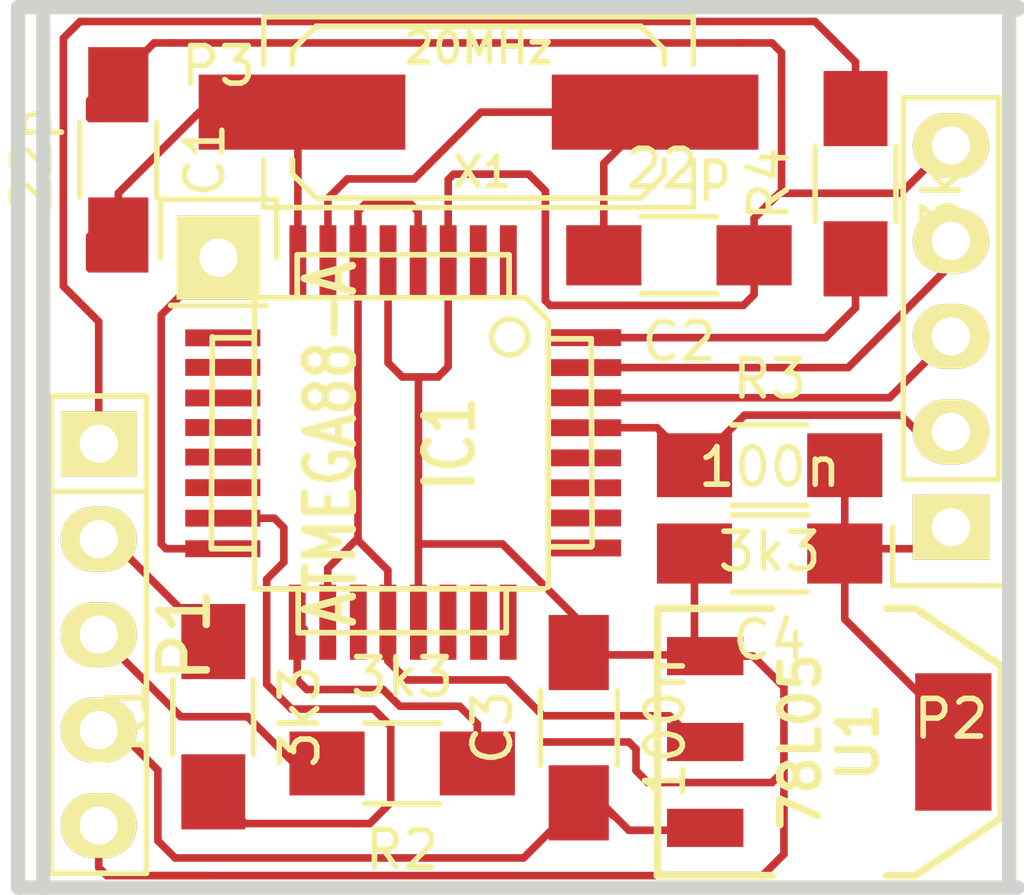
<source format=kicad_pcb>
(kicad_pcb (version 4) (host pcbnew 0.201505041002+5641~23~ubuntu14.04.1-product)

  (general
    (links 34)
    (no_connects 1)
    (area 96.636115 92.566902 136.873055 124.333001)
    (thickness 1.6002)
    (drawings 8)
    (tracks 187)
    (zones 0)
    (modules 14)
    (nets 16)
  )

  (page A4)
  (title_block
    (date "25 feb 2014")
  )

  (layers
    (0 Front signal)
    (31 Back signal)
    (32 B.Adhes user)
    (33 F.Adhes user)
    (34 B.Paste user)
    (35 F.Paste user)
    (36 B.SilkS user)
    (37 F.SilkS user)
    (38 B.Mask user)
    (39 F.Mask user)
    (40 Dwgs.User user)
    (41 Cmts.User user)
    (42 Eco1.User user)
    (43 Eco2.User user)
    (44 Edge.Cuts user)
  )

  (setup
    (last_trace_width 0.2032)
    (trace_clearance 0.254)
    (zone_clearance 0.128)
    (zone_45_only yes)
    (trace_min 0.2032)
    (segment_width 0.381)
    (edge_width 0.381)
    (via_size 0.889)
    (via_drill 0.635)
    (via_min_size 0.889)
    (via_min_drill 0.508)
    (uvia_size 0.508)
    (uvia_drill 0.127)
    (uvias_allowed no)
    (uvia_min_size 0.508)
    (uvia_min_drill 0.127)
    (pcb_text_width 0.3048)
    (pcb_text_size 1.524 2.032)
    (mod_edge_width 0.381)
    (mod_text_size 1.524 1.524)
    (mod_text_width 0.3048)
    (pad_size 1.524 1.524)
    (pad_drill 0.8128)
    (pad_to_mask_clearance 0.254)
    (aux_axis_origin 0 0)
    (visible_elements FFFFFF7F)
    (pcbplotparams
      (layerselection 0x00030_80000001)
      (usegerberextensions true)
      (excludeedgelayer true)
      (linewidth 0.150000)
      (plotframeref false)
      (viasonmask false)
      (mode 1)
      (useauxorigin false)
      (hpglpennumber 1)
      (hpglpenspeed 20)
      (hpglpendiameter 15)
      (hpglpenoverlay 2)
      (psnegative false)
      (psa4output false)
      (plotreference true)
      (plotvalue true)
      (plotinvisibletext false)
      (padsonsilk false)
      (subtractmaskfromsilk false)
      (outputformat 1)
      (mirror false)
      (drillshape 1)
      (scaleselection 1)
      (outputdirectory ""))
  )

  (net 0 "")
  (net 1 +5V)
  (net 2 /Clock)
  (net 3 /DataIn)
  (net 4 /DataOut)
  (net 5 GND)
  (net 6 "Net-(C1-Pad2)")
  (net 7 "Net-(C2-Pad2)")
  (net 8 +12V)
  (net 9 "Net-(IC1-Pad17)")
  (net 10 "Net-(IC1-Pad32)")
  (net 11 "Net-(IC1-Pad15)")
  (net 12 TX)
  (net 13 RX)
  (net 14 /RESET)
  (net 15 /MISO)

  (net_class Default "This is the default net class."
    (clearance 0.254)
    (trace_width 0.2032)
    (via_dia 0.889)
    (via_drill 0.635)
    (uvia_dia 0.508)
    (uvia_drill 0.127)
    (add_net +12V)
    (add_net +5V)
    (add_net /Clock)
    (add_net /DataIn)
    (add_net /DataOut)
    (add_net /MISO)
    (add_net /RESET)
    (add_net GND)
    (add_net "Net-(C1-Pad2)")
    (add_net "Net-(C2-Pad2)")
    (add_net "Net-(IC1-Pad15)")
    (add_net "Net-(IC1-Pad17)")
    (add_net "Net-(IC1-Pad32)")
    (add_net RX)
    (add_net TX)
  )

  (module Capacitors_SMD:C_1206_HandSoldering (layer Front) (tedit 541A9C03) (tstamp 54353CA2)
    (at 101.9175 104.4575 270)
    (descr "Capacitor SMD 1206, hand soldering")
    (tags "capacitor 1206")
    (path /530C7703)
    (attr smd)
    (fp_text reference C1 (at 0 -2.3 270) (layer F.SilkS)
      (effects (font (size 1 1) (thickness 0.15)))
    )
    (fp_text value 22p (at 0 2.3 270) (layer F.SilkS)
      (effects (font (size 1 1) (thickness 0.15)))
    )
    (fp_line (start -3.3 -1.15) (end 3.3 -1.15) (layer F.CrtYd) (width 0.05))
    (fp_line (start -3.3 1.15) (end 3.3 1.15) (layer F.CrtYd) (width 0.05))
    (fp_line (start -3.3 -1.15) (end -3.3 1.15) (layer F.CrtYd) (width 0.05))
    (fp_line (start 3.3 -1.15) (end 3.3 1.15) (layer F.CrtYd) (width 0.05))
    (fp_line (start 1 -1.025) (end -1 -1.025) (layer F.SilkS) (width 0.15))
    (fp_line (start -1 1.025) (end 1 1.025) (layer F.SilkS) (width 0.15))
    (pad 1 smd rect (at -2 0 270) (size 2 1.6) (layers Front F.Paste F.Mask)
      (net 5 GND))
    (pad 2 smd rect (at 2 0 270) (size 2 1.6) (layers Front F.Paste F.Mask)
      (net 6 "Net-(C1-Pad2)"))
    (model Capacitors_SMD/C_1206N.wrl
      (at (xyz 0 0 0))
      (scale (xyz 1 1 1))
      (rotate (xyz 0 0 0))
    )
  )

  (module Capacitors_SMD:C_1206_HandSoldering (layer Front) (tedit 541A9C03) (tstamp 54353CAD)
    (at 116.84 106.9975 180)
    (descr "Capacitor SMD 1206, hand soldering")
    (tags "capacitor 1206")
    (path /530C7707)
    (attr smd)
    (fp_text reference C2 (at 0 -2.3 180) (layer F.SilkS)
      (effects (font (size 1 1) (thickness 0.15)))
    )
    (fp_text value 22p (at 0 2.3 180) (layer F.SilkS)
      (effects (font (size 1 1) (thickness 0.15)))
    )
    (fp_line (start -3.3 -1.15) (end 3.3 -1.15) (layer F.CrtYd) (width 0.05))
    (fp_line (start -3.3 1.15) (end 3.3 1.15) (layer F.CrtYd) (width 0.05))
    (fp_line (start -3.3 -1.15) (end -3.3 1.15) (layer F.CrtYd) (width 0.05))
    (fp_line (start 3.3 -1.15) (end 3.3 1.15) (layer F.CrtYd) (width 0.05))
    (fp_line (start 1 -1.025) (end -1 -1.025) (layer F.SilkS) (width 0.15))
    (fp_line (start -1 1.025) (end 1 1.025) (layer F.SilkS) (width 0.15))
    (pad 1 smd rect (at -2 0 180) (size 2 1.6) (layers Front F.Paste F.Mask)
      (net 5 GND))
    (pad 2 smd rect (at 2 0 180) (size 2 1.6) (layers Front F.Paste F.Mask)
      (net 7 "Net-(C2-Pad2)"))
    (model Capacitors_SMD/C_1206N.wrl
      (at (xyz 0 0 0))
      (scale (xyz 1 1 1))
      (rotate (xyz 0 0 0))
    )
  )

  (module Capacitors_SMD:C_1206_HandSoldering (layer Front) (tedit 541A9C03) (tstamp 54353CB8)
    (at 114.173 119.5705 90)
    (descr "Capacitor SMD 1206, hand soldering")
    (tags "capacitor 1206")
    (path /530C7FD9)
    (attr smd)
    (fp_text reference C3 (at 0 -2.3 90) (layer F.SilkS)
      (effects (font (size 1 1) (thickness 0.15)))
    )
    (fp_text value 100n (at 0 2.3 90) (layer F.SilkS)
      (effects (font (size 1 1) (thickness 0.15)))
    )
    (fp_line (start -3.3 -1.15) (end 3.3 -1.15) (layer F.CrtYd) (width 0.05))
    (fp_line (start -3.3 1.15) (end 3.3 1.15) (layer F.CrtYd) (width 0.05))
    (fp_line (start -3.3 -1.15) (end -3.3 1.15) (layer F.CrtYd) (width 0.05))
    (fp_line (start 3.3 -1.15) (end 3.3 1.15) (layer F.CrtYd) (width 0.05))
    (fp_line (start 1 -1.025) (end -1 -1.025) (layer F.SilkS) (width 0.15))
    (fp_line (start -1 1.025) (end 1 1.025) (layer F.SilkS) (width 0.15))
    (pad 1 smd rect (at -2 0 90) (size 2 1.6) (layers Front F.Paste F.Mask)
      (net 8 +12V))
    (pad 2 smd rect (at 2 0 90) (size 2 1.6) (layers Front F.Paste F.Mask)
      (net 5 GND))
    (model Capacitors_SMD/C_1206N.wrl
      (at (xyz 0 0 0))
      (scale (xyz 1 1 1))
      (rotate (xyz 0 0 0))
    )
  )

  (module Capacitors_SMD:C_1206_HandSoldering (layer Front) (tedit 541A9C03) (tstamp 54353CC3)
    (at 119.253 114.935 180)
    (descr "Capacitor SMD 1206, hand soldering")
    (tags "capacitor 1206")
    (path /530C7FE2)
    (attr smd)
    (fp_text reference C4 (at 0 -2.3 180) (layer F.SilkS)
      (effects (font (size 1 1) (thickness 0.15)))
    )
    (fp_text value 100n (at 0 2.3 180) (layer F.SilkS)
      (effects (font (size 1 1) (thickness 0.15)))
    )
    (fp_line (start -3.3 -1.15) (end 3.3 -1.15) (layer F.CrtYd) (width 0.05))
    (fp_line (start -3.3 1.15) (end 3.3 1.15) (layer F.CrtYd) (width 0.05))
    (fp_line (start -3.3 -1.15) (end -3.3 1.15) (layer F.CrtYd) (width 0.05))
    (fp_line (start 3.3 -1.15) (end 3.3 1.15) (layer F.CrtYd) (width 0.05))
    (fp_line (start 1 -1.025) (end -1 -1.025) (layer F.SilkS) (width 0.15))
    (fp_line (start -1 1.025) (end 1 1.025) (layer F.SilkS) (width 0.15))
    (pad 1 smd rect (at -2 0 180) (size 2 1.6) (layers Front F.Paste F.Mask)
      (net 1 +5V))
    (pad 2 smd rect (at 2 0 180) (size 2 1.6) (layers Front F.Paste F.Mask)
      (net 5 GND))
    (model Capacitors_SMD/C_1206N.wrl
      (at (xyz 0 0 0))
      (scale (xyz 1 1 1))
      (rotate (xyz 0 0 0))
    )
  )

  (module SMD_Packages:TQFP-32 (layer Front) (tedit 54353C52) (tstamp 543558C0)
    (at 109.474 112.014 270)
    (path /530C76C5)
    (fp_text reference IC1 (at 0 -1.27 270) (layer F.SilkS)
      (effects (font (size 1.27 1.016) (thickness 0.2032)))
    )
    (fp_text value ATMEGA88-A (at 0 1.905 270) (layer F.SilkS)
      (effects (font (size 1.27 1.016) (thickness 0.2032)))
    )
    (fp_line (start 5.0292 2.7686) (end 3.8862 2.7686) (layer F.SilkS) (width 0.1524))
    (fp_line (start 5.0292 -2.7686) (end 3.9116 -2.7686) (layer F.SilkS) (width 0.1524))
    (fp_line (start 5.0292 2.7686) (end 5.0292 -2.7686) (layer F.SilkS) (width 0.1524))
    (fp_line (start 2.794 3.9624) (end 2.794 5.0546) (layer F.SilkS) (width 0.1524))
    (fp_line (start -2.8194 3.9878) (end -2.8194 5.0546) (layer F.SilkS) (width 0.1524))
    (fp_line (start -2.8448 5.0546) (end 2.794 5.08) (layer F.SilkS) (width 0.1524))
    (fp_line (start -2.794 -5.0292) (end 2.7178 -5.0546) (layer F.SilkS) (width 0.1524))
    (fp_line (start -3.8862 -3.2766) (end -3.8862 3.9116) (layer F.SilkS) (width 0.1524))
    (fp_line (start 2.7432 -5.0292) (end 2.7432 -3.9878) (layer F.SilkS) (width 0.1524))
    (fp_line (start -3.2512 -3.8862) (end 3.81 -3.8862) (layer F.SilkS) (width 0.1524))
    (fp_line (start 3.8608 3.937) (end 3.8608 -3.7846) (layer F.SilkS) (width 0.1524))
    (fp_line (start -3.8862 3.937) (end 3.7338 3.937) (layer F.SilkS) (width 0.1524))
    (fp_line (start -5.0292 -2.8448) (end -5.0292 2.794) (layer F.SilkS) (width 0.1524))
    (fp_line (start -5.0292 2.794) (end -3.8862 2.794) (layer F.SilkS) (width 0.1524))
    (fp_line (start -3.87604 -3.302) (end -3.29184 -3.8862) (layer F.SilkS) (width 0.1524))
    (fp_line (start -5.02412 -2.8448) (end -3.87604 -2.8448) (layer F.SilkS) (width 0.1524))
    (fp_line (start -2.794 -3.8862) (end -2.794 -5.03428) (layer F.SilkS) (width 0.1524))
    (fp_circle (center -2.83972 -2.86004) (end -2.43332 -2.60604) (layer F.SilkS) (width 0.1524))
    (pad 8 smd rect (at -4.81584 2.77622 270) (size 1.99898 0.44958) (layers Front F.Paste F.Mask)
      (net 6 "Net-(C1-Pad2)"))
    (pad 7 smd rect (at -4.81584 1.97612 270) (size 1.99898 0.44958) (layers Front F.Paste F.Mask)
      (net 7 "Net-(C2-Pad2)"))
    (pad 6 smd rect (at -4.81584 1.17602 270) (size 1.99898 0.44958) (layers Front F.Paste F.Mask)
      (net 1 +5V))
    (pad 5 smd rect (at -4.81584 0.37592 270) (size 1.99898 0.44958) (layers Front F.Paste F.Mask)
      (net 5 GND))
    (pad 4 smd rect (at -4.81584 -0.42418 270) (size 1.99898 0.44958) (layers Front F.Paste F.Mask)
      (net 1 +5V))
    (pad 3 smd rect (at -4.81584 -1.22428 270) (size 1.99898 0.44958) (layers Front F.Paste F.Mask)
      (net 5 GND))
    (pad 2 smd rect (at -4.81584 -2.02438 270) (size 1.99898 0.44958) (layers Front F.Paste F.Mask))
    (pad 1 smd rect (at -4.81584 -2.82448 270) (size 1.99898 0.44958) (layers Front F.Paste F.Mask))
    (pad 24 smd rect (at 4.7498 -2.8194 270) (size 1.99898 0.44958) (layers Front F.Paste F.Mask))
    (pad 17 smd rect (at 4.7498 2.794 270) (size 1.99898 0.44958) (layers Front F.Paste F.Mask)
      (net 9 "Net-(IC1-Pad17)"))
    (pad 18 smd rect (at 4.7498 1.9812 270) (size 1.99898 0.44958) (layers Front F.Paste F.Mask)
      (net 1 +5V))
    (pad 19 smd rect (at 4.7498 1.1684 270) (size 1.99898 0.44958) (layers Front F.Paste F.Mask))
    (pad 20 smd rect (at 4.7498 0.381 270) (size 1.99898 0.44958) (layers Front F.Paste F.Mask)
      (net 1 +5V))
    (pad 21 smd rect (at 4.7498 -0.4318 270) (size 1.99898 0.44958) (layers Front F.Paste F.Mask)
      (net 5 GND))
    (pad 22 smd rect (at 4.7498 -1.2192 270) (size 1.99898 0.44958) (layers Front F.Paste F.Mask))
    (pad 23 smd rect (at 4.7498 -2.032 270) (size 1.99898 0.44958) (layers Front F.Paste F.Mask))
    (pad 32 smd rect (at -2.82448 -4.826 270) (size 0.44958 1.99898) (layers Front F.Paste F.Mask)
      (net 10 "Net-(IC1-Pad32)"))
    (pad 31 smd rect (at -2.02692 -4.826 270) (size 0.44958 1.99898) (layers Front F.Paste F.Mask)
      (net 12 TX))
    (pad 30 smd rect (at -1.22428 -4.826 270) (size 0.44958 1.99898) (layers Front F.Paste F.Mask)
      (net 13 RX))
    (pad 29 smd rect (at -0.42672 -4.826 270) (size 0.44958 1.99898) (layers Front F.Paste F.Mask)
      (net 14 /RESET))
    (pad 28 smd rect (at 0.37592 -4.826 270) (size 0.44958 1.99898) (layers Front F.Paste F.Mask))
    (pad 27 smd rect (at 1.17348 -4.826 270) (size 0.44958 1.99898) (layers Front F.Paste F.Mask))
    (pad 26 smd rect (at 1.97612 -4.826 270) (size 0.44958 1.99898) (layers Front F.Paste F.Mask))
    (pad 25 smd rect (at 2.77368 -4.826 270) (size 0.44958 1.99898) (layers Front F.Paste F.Mask))
    (pad 9 smd rect (at -2.8194 4.7752 270) (size 0.44958 1.99898) (layers Front F.Paste F.Mask))
    (pad 10 smd rect (at -2.032 4.7752 270) (size 0.44958 1.99898) (layers Front F.Paste F.Mask))
    (pad 11 smd rect (at -1.2192 4.7752 270) (size 0.44958 1.99898) (layers Front F.Paste F.Mask))
    (pad 12 smd rect (at -0.4318 4.7752 270) (size 0.44958 1.99898) (layers Front F.Paste F.Mask))
    (pad 13 smd rect (at 0.3556 4.7752 270) (size 0.44958 1.99898) (layers Front F.Paste F.Mask))
    (pad 14 smd rect (at 1.1684 4.7752 270) (size 0.44958 1.99898) (layers Front F.Paste F.Mask))
    (pad 15 smd rect (at 1.9812 4.7752 270) (size 0.44958 1.99898) (layers Front F.Paste F.Mask)
      (net 11 "Net-(IC1-Pad15)"))
    (pad 16 smd rect (at 2.794 4.7752 270) (size 0.44958 1.99898) (layers Front F.Paste F.Mask)
      (net 15 /MISO))
    (model smd/tqfp32.wrl
      (at (xyz 0 0 0))
      (scale (xyz 1 1 1))
      (rotate (xyz 0 0 0))
    )
  )

  (module Pin_Headers:Pin_Header_Straight_1x05 (layer Front) (tedit 54353C54) (tstamp 54353D03)
    (at 101.3968 117.094 270)
    (descr "Through hole pin header")
    (tags "pin header")
    (path /530C9435)
    (fp_text reference P1 (at 0 -2.286 270) (layer F.SilkS)
      (effects (font (size 1.27 1.27) (thickness 0.2032)))
    )
    (fp_text value CONN_1 (at 0 0 270) (layer F.SilkS) hide
      (effects (font (size 1.27 1.27) (thickness 0.2032)))
    )
    (fp_line (start -3.81 -1.27) (end 6.35 -1.27) (layer F.SilkS) (width 0.15))
    (fp_line (start 6.35 -1.27) (end 6.35 1.27) (layer F.SilkS) (width 0.15))
    (fp_line (start 6.35 1.27) (end -3.81 1.27) (layer F.SilkS) (width 0.15))
    (fp_line (start -6.35 -1.27) (end -3.81 -1.27) (layer F.SilkS) (width 0.15))
    (fp_line (start -3.81 -1.27) (end -3.81 1.27) (layer F.SilkS) (width 0.15))
    (fp_line (start -6.35 -1.27) (end -6.35 1.27) (layer F.SilkS) (width 0.15))
    (fp_line (start -6.35 1.27) (end -3.81 1.27) (layer F.SilkS) (width 0.15))
    (pad 1 thru_hole rect (at -5.08 0 270) (size 1.7272 2.032) (drill 1.016) (layers *.Cu *.Mask F.SilkS)
      (net 4 /DataOut))
    (pad 2 thru_hole oval (at -2.54 0 270) (size 1.7272 2.032) (drill 1.016) (layers *.Cu *.Mask F.SilkS)
      (net 3 /DataIn))
    (pad 3 thru_hole oval (at 0 0 270) (size 1.7272 2.032) (drill 1.016) (layers *.Cu *.Mask F.SilkS)
      (net 2 /Clock))
    (pad 4 thru_hole oval (at 2.54 0 270) (size 1.7272 2.032) (drill 1.016) (layers *.Cu *.Mask F.SilkS)
      (net 8 +12V))
    (pad 5 thru_hole oval (at 5.08 0 270) (size 1.7272 2.032) (drill 1.016) (layers *.Cu *.Mask F.SilkS)
      (net 5 GND))
    (model Pin_Headers/Pin_Header_Straight_1x05.wrl
      (at (xyz 0 0 0))
      (scale (xyz 1 1 1))
      (rotate (xyz 0 0 0))
    )
  )

  (module Resistors_SMD:R_1206_HandSoldering (layer Front) (tedit 5418A20D) (tstamp 54353D12)
    (at 104.4448 119.2784 90)
    (descr "Resistor SMD 1206, hand soldering")
    (tags "resistor 1206")
    (path /530C77F4)
    (attr smd)
    (fp_text reference R1 (at 0 -2.3 90) (layer F.SilkS)
      (effects (font (size 1 1) (thickness 0.15)))
    )
    (fp_text value 3k3 (at 0 2.3 90) (layer F.SilkS)
      (effects (font (size 1 1) (thickness 0.15)))
    )
    (fp_line (start -3.3 -1.2) (end 3.3 -1.2) (layer F.CrtYd) (width 0.05))
    (fp_line (start -3.3 1.2) (end 3.3 1.2) (layer F.CrtYd) (width 0.05))
    (fp_line (start -3.3 -1.2) (end -3.3 1.2) (layer F.CrtYd) (width 0.05))
    (fp_line (start 3.3 -1.2) (end 3.3 1.2) (layer F.CrtYd) (width 0.05))
    (fp_line (start 1 1.075) (end -1 1.075) (layer F.SilkS) (width 0.15))
    (fp_line (start -1 -1.075) (end 1 -1.075) (layer F.SilkS) (width 0.15))
    (pad 1 smd rect (at -2 0 90) (size 2 1.7) (layers Front F.Paste F.Mask)
      (net 11 "Net-(IC1-Pad15)"))
    (pad 2 smd rect (at 2 0 90) (size 2 1.7) (layers Front F.Paste F.Mask)
      (net 3 /DataIn))
    (model Resistors_SMD/R_1206.wrl
      (at (xyz 0 0 0))
      (scale (xyz 1 1 1))
      (rotate (xyz 0 0 0))
    )
  )

  (module Resistors_SMD:R_1206_HandSoldering (layer Front) (tedit 5418A20D) (tstamp 54353D1D)
    (at 109.474 120.523 180)
    (descr "Resistor SMD 1206, hand soldering")
    (tags "resistor 1206")
    (path /530C78F0)
    (attr smd)
    (fp_text reference R2 (at 0 -2.3 180) (layer F.SilkS)
      (effects (font (size 1 1) (thickness 0.15)))
    )
    (fp_text value 3k3 (at 0 2.3 180) (layer F.SilkS)
      (effects (font (size 1 1) (thickness 0.15)))
    )
    (fp_line (start -3.3 -1.2) (end 3.3 -1.2) (layer F.CrtYd) (width 0.05))
    (fp_line (start -3.3 1.2) (end 3.3 1.2) (layer F.CrtYd) (width 0.05))
    (fp_line (start -3.3 -1.2) (end -3.3 1.2) (layer F.CrtYd) (width 0.05))
    (fp_line (start 3.3 -1.2) (end 3.3 1.2) (layer F.CrtYd) (width 0.05))
    (fp_line (start 1 1.075) (end -1 1.075) (layer F.SilkS) (width 0.15))
    (fp_line (start -1 -1.075) (end 1 -1.075) (layer F.SilkS) (width 0.15))
    (pad 1 smd rect (at -2 0 180) (size 2 1.7) (layers Front F.Paste F.Mask)
      (net 9 "Net-(IC1-Pad17)"))
    (pad 2 smd rect (at 2 0 180) (size 2 1.7) (layers Front F.Paste F.Mask)
      (net 2 /Clock))
    (model Resistors_SMD/R_1206.wrl
      (at (xyz 0 0 0))
      (scale (xyz 1 1 1))
      (rotate (xyz 0 0 0))
    )
  )

  (module Resistors_SMD:R_1206_HandSoldering (layer Front) (tedit 5418A20D) (tstamp 54353D33)
    (at 119.253 112.5855)
    (descr "Resistor SMD 1206, hand soldering")
    (tags "resistor 1206")
    (path /532072FD)
    (attr smd)
    (fp_text reference R3 (at 0 -2.3) (layer F.SilkS)
      (effects (font (size 1 1) (thickness 0.15)))
    )
    (fp_text value 3k3 (at 0 2.3) (layer F.SilkS)
      (effects (font (size 1 1) (thickness 0.15)))
    )
    (fp_line (start -3.3 -1.2) (end 3.3 -1.2) (layer F.CrtYd) (width 0.05))
    (fp_line (start -3.3 1.2) (end 3.3 1.2) (layer F.CrtYd) (width 0.05))
    (fp_line (start -3.3 -1.2) (end -3.3 1.2) (layer F.CrtYd) (width 0.05))
    (fp_line (start 3.3 -1.2) (end 3.3 1.2) (layer F.CrtYd) (width 0.05))
    (fp_line (start 1 1.075) (end -1 1.075) (layer F.SilkS) (width 0.15))
    (fp_line (start -1 -1.075) (end 1 -1.075) (layer F.SilkS) (width 0.15))
    (pad 1 smd rect (at -2 0) (size 2 1.7) (layers Front F.Paste F.Mask)
      (net 14 /RESET))
    (pad 2 smd rect (at 2 0) (size 2 1.7) (layers Front F.Paste F.Mask)
      (net 1 +5V))
    (model Resistors_SMD/R_1206.wrl
      (at (xyz 0 0 0))
      (scale (xyz 1 1 1))
      (rotate (xyz 0 0 0))
    )
  )

  (module Resistors_SMD:R_1206_HandSoldering (layer Front) (tedit 5418A20D) (tstamp 54353D34)
    (at 121.539 105.0925 90)
    (descr "Resistor SMD 1206, hand soldering")
    (tags "resistor 1206")
    (path /530C77E3)
    (attr smd)
    (fp_text reference R4 (at 0 -2.3 90) (layer F.SilkS)
      (effects (font (size 1 1) (thickness 0.15)))
    )
    (fp_text value 3k3 (at 0 2.3 90) (layer F.SilkS)
      (effects (font (size 1 1) (thickness 0.15)))
    )
    (fp_line (start -3.3 -1.2) (end 3.3 -1.2) (layer F.CrtYd) (width 0.05))
    (fp_line (start -3.3 1.2) (end 3.3 1.2) (layer F.CrtYd) (width 0.05))
    (fp_line (start -3.3 -1.2) (end -3.3 1.2) (layer F.CrtYd) (width 0.05))
    (fp_line (start 3.3 -1.2) (end 3.3 1.2) (layer F.CrtYd) (width 0.05))
    (fp_line (start 1 1.075) (end -1 1.075) (layer F.SilkS) (width 0.15))
    (fp_line (start -1 -1.075) (end 1 -1.075) (layer F.SilkS) (width 0.15))
    (pad 1 smd rect (at -2 0 90) (size 2 1.7) (layers Front F.Paste F.Mask)
      (net 10 "Net-(IC1-Pad32)"))
    (pad 2 smd rect (at 2 0 90) (size 2 1.7) (layers Front F.Paste F.Mask)
      (net 4 /DataOut))
    (model Resistors_SMD/R_1206.wrl
      (at (xyz 0 0 0))
      (scale (xyz 1 1 1))
      (rotate (xyz 0 0 0))
    )
  )

  (module my_modules:SOT-223-REGULATOR (layer Front) (tedit 542D4F10) (tstamp 54353D3F)
    (at 120.8405 119.9515 270)
    (descr "module CMS SOT223 4 pins")
    (tags "CMS SOT")
    (path /530C7FFF)
    (attr smd)
    (fp_text reference U1 (at 0 -0.762 270) (layer F.SilkS)
      (effects (font (size 1.016 1.016) (thickness 0.2032)))
    )
    (fp_text value 78L05 (at 0 0.762 270) (layer F.SilkS)
      (effects (font (size 1.016 1.016) (thickness 0.2032)))
    )
    (fp_line (start -3.556 1.524) (end -3.556 4.572) (layer F.SilkS) (width 0.2032))
    (fp_line (start -3.556 4.572) (end 3.556 4.572) (layer F.SilkS) (width 0.2032))
    (fp_line (start 3.556 4.572) (end 3.556 1.524) (layer F.SilkS) (width 0.2032))
    (fp_line (start -3.556 -1.524) (end -3.556 -2.286) (layer F.SilkS) (width 0.2032))
    (fp_line (start -3.556 -2.286) (end -2.032 -4.572) (layer F.SilkS) (width 0.2032))
    (fp_line (start -2.032 -4.572) (end 2.032 -4.572) (layer F.SilkS) (width 0.2032))
    (fp_line (start 2.032 -4.572) (end 3.556 -2.286) (layer F.SilkS) (width 0.2032))
    (fp_line (start 3.556 -2.286) (end 3.556 -1.524) (layer F.SilkS) (width 0.2032))
    (pad VO smd rect (at 0 -3.302 270) (size 3.6576 2.032) (layers Front F.Paste F.Mask)
      (net 1 +5V))
    (pad VO smd rect (at 0 3.302 270) (size 1.016 2.032) (layers Front F.Paste F.Mask)
      (net 1 +5V))
    (pad VI smd rect (at 2.286 3.302 270) (size 1.016 2.032) (layers Front F.Paste F.Mask)
      (net 8 +12V))
    (pad GND smd rect (at -2.286 3.302 270) (size 1.016 2.032) (layers Front F.Paste F.Mask)
      (net 5 GND))
    (model smd/SOT223.wrl
      (at (xyz 0 0 0))
      (scale (xyz 0.4 0.4 0.4))
      (rotate (xyz 0 0 0))
    )
  )

  (module Crystals_Oscillators_SMD:Q_49U3HMS (layer Front) (tedit 54353C54) (tstamp 54353D4E)
    (at 111.506 103.1875 180)
    (path /530C76D9)
    (fp_text reference X1 (at -0.1 -1.6 180) (layer F.SilkS)
      (effects (font (size 0.8 0.8) (thickness 0.15)))
    )
    (fp_text value 20MHz (at 0 1.7 180) (layer F.SilkS)
      (effects (font (size 0.8 0.8) (thickness 0.15)))
    )
    (fp_line (start -4.953 -1.651) (end -4.953 -1.27) (layer F.SilkS) (width 0.15))
    (fp_line (start -4.953 1.651) (end -4.953 1.27) (layer F.SilkS) (width 0.15))
    (fp_line (start 4.953 1.651) (end 4.953 1.27) (layer F.SilkS) (width 0.15))
    (fp_line (start 4.953 -1.651) (end 4.953 -1.27) (layer F.SilkS) (width 0.15))
    (fp_line (start 5.715 -2.54) (end 5.715 -1.27) (layer F.SilkS) (width 0.15))
    (fp_line (start 5.715 2.54) (end 5.715 1.27) (layer F.SilkS) (width 0.15))
    (fp_line (start -5.715 2.54) (end -5.715 1.27) (layer F.SilkS) (width 0.15))
    (fp_line (start -5.715 -2.54) (end -5.715 -1.27) (layer F.SilkS) (width 0.15))
    (fp_line (start -4.953 1.651) (end -4.318 2.286) (layer F.SilkS) (width 0.15))
    (fp_line (start -4.318 2.286) (end 4.318 2.286) (layer F.SilkS) (width 0.15))
    (fp_line (start 4.318 2.286) (end 4.953 1.651) (layer F.SilkS) (width 0.15))
    (fp_line (start 4.953 -1.651) (end 4.318 -2.286) (layer F.SilkS) (width 0.15))
    (fp_line (start 4.318 -2.286) (end -4.318 -2.286) (layer F.SilkS) (width 0.15))
    (fp_line (start -4.318 -2.286) (end -4.953 -1.651) (layer F.SilkS) (width 0.15))
    (fp_line (start 5.715 2.54) (end -5.715 2.54) (layer F.SilkS) (width 0.15))
    (fp_line (start -5.715 -2.54) (end 5.715 -2.54) (layer F.SilkS) (width 0.15))
    (pad 1 smd rect (at -4.699 0 180) (size 5.4991 1.99898) (layers Front F.Paste F.Mask)
      (net 7 "Net-(C2-Pad2)"))
    (pad 2 smd rect (at 4.699 0 180) (size 5.4991 1.99898) (layers Front F.Paste F.Mask)
      (net 6 "Net-(C1-Pad2)"))
    (model smd/smd_crystal&oscillator/crystal_hc-49-smd.wrl
      (at (xyz 0 0 0))
      (scale (xyz 1 1 1))
      (rotate (xyz 0 0 0))
    )
  )

  (module Pin_Headers:Pin_Header_Straight_1x05 (layer Front) (tedit 55484F52) (tstamp 55484F69)
    (at 124.079 114.2365 180)
    (descr "Through hole pin header")
    (tags "pin header")
    (path /54357812)
    (fp_text reference P2 (at 0 -5.1 180) (layer F.SilkS)
      (effects (font (size 1 1) (thickness 0.15)))
    )
    (fp_text value CONN_2 (at 0 -3.1 180) (layer F.Fab) hide
      (effects (font (size 1 1) (thickness 0.15)))
    )
    (fp_line (start -1.55 0) (end -1.55 -1.55) (layer F.SilkS) (width 0.15))
    (fp_line (start -1.55 -1.55) (end 1.55 -1.55) (layer F.SilkS) (width 0.15))
    (fp_line (start 1.55 -1.55) (end 1.55 0) (layer F.SilkS) (width 0.15))
    (fp_line (start -1.75 -1.75) (end -1.75 11.95) (layer F.CrtYd) (width 0.05))
    (fp_line (start 1.75 -1.75) (end 1.75 11.95) (layer F.CrtYd) (width 0.05))
    (fp_line (start -1.75 -1.75) (end 1.75 -1.75) (layer F.CrtYd) (width 0.05))
    (fp_line (start -1.75 11.95) (end 1.75 11.95) (layer F.CrtYd) (width 0.05))
    (fp_line (start 1.27 1.27) (end 1.27 11.43) (layer F.SilkS) (width 0.15))
    (fp_line (start 1.27 11.43) (end -1.27 11.43) (layer F.SilkS) (width 0.15))
    (fp_line (start -1.27 11.43) (end -1.27 1.27) (layer F.SilkS) (width 0.15))
    (fp_line (start 1.27 1.27) (end -1.27 1.27) (layer F.SilkS) (width 0.15))
    (pad 1 thru_hole rect (at 0 0 180) (size 2.032 1.7272) (drill 1.016) (layers *.Cu *.Mask F.SilkS)
      (net 1 +5V))
    (pad 2 thru_hole oval (at 0 2.54 180) (size 2.032 1.7272) (drill 1.016) (layers *.Cu *.Mask F.SilkS)
      (net 14 /RESET))
    (pad 3 thru_hole oval (at 0 5.08 180) (size 2.032 1.7272) (drill 1.016) (layers *.Cu *.Mask F.SilkS)
      (net 13 RX))
    (pad 4 thru_hole oval (at 0 7.62 180) (size 2.032 1.7272) (drill 1.016) (layers *.Cu *.Mask F.SilkS)
      (net 12 TX))
    (pad 5 thru_hole oval (at 0 10.16 180) (size 2.032 1.7272) (drill 1.016) (layers *.Cu *.Mask F.SilkS)
      (net 5 GND))
    (model Pin_Headers.3dshapes/Pin_Header_Straight_1x05.wrl
      (at (xyz 0 -0.2 0))
      (scale (xyz 1 1 1))
      (rotate (xyz 0 0 90))
    )
  )

  (module Pin_Headers:Pin_Header_Straight_1x01 (layer Front) (tedit 554896A0) (tstamp 554894F7)
    (at 104.5845 107.061)
    (descr "Through hole pin header")
    (tags "pin header")
    (path /5548A42E)
    (fp_text reference P3 (at 0 -5.1) (layer F.SilkS)
      (effects (font (size 1 1) (thickness 0.15)))
    )
    (fp_text value CONN_3 (at 0 -3.1) (layer F.Fab) hide
      (effects (font (size 1 1) (thickness 0.15)))
    )
    (fp_line (start 1.55 -1.55) (end 1.55 0) (layer F.SilkS) (width 0.15))
    (fp_line (start -1.75 -1.75) (end -1.75 1.75) (layer F.CrtYd) (width 0.05))
    (fp_line (start 1.75 -1.75) (end 1.75 1.75) (layer F.CrtYd) (width 0.05))
    (fp_line (start -1.75 -1.75) (end 1.75 -1.75) (layer F.CrtYd) (width 0.05))
    (fp_line (start -1.75 1.75) (end 1.75 1.75) (layer F.CrtYd) (width 0.05))
    (fp_line (start -1.55 0) (end -1.55 -1.55) (layer F.SilkS) (width 0.15))
    (fp_line (start -1.55 -1.55) (end 1.55 -1.55) (layer F.SilkS) (width 0.15))
    (fp_line (start -1.27 1.27) (end 1.27 1.27) (layer F.SilkS) (width 0.15))
    (pad 1 thru_hole rect (at 0 0) (size 2.2352 2.2352) (drill 1.016) (layers *.Cu *.Mask F.SilkS)
      (net 15 /MISO))
    (model Pin_Headers.3dshapes/Pin_Header_Straight_1x01.wrl
      (at (xyz 0 0 0))
      (scale (xyz 1 1 1))
      (rotate (xyz 0 0 90))
    )
  )

  (gr_line (start 125.6284 123.7996) (end 125.6284 100.4316) (angle 90) (layer Edge.Cuts) (width 0.381))
  (gr_line (start 99.9236 100.4316) (end 99.9744 100.4316) (angle 90) (layer Edge.Cuts) (width 0.381))
  (gr_line (start 99.9236 123.8504) (end 99.9236 100.4316) (angle 90) (layer Edge.Cuts) (width 0.381))
  (gr_line (start 99.2505 123.825) (end 99.314 123.825) (angle 90) (layer Edge.Cuts) (width 0.381))
  (gr_line (start 99.2505 100.3935) (end 99.2505 123.825) (angle 90) (layer Edge.Cuts) (width 0.381))
  (gr_line (start 99.2505 123.825) (end 125.857 123.825) (angle 90) (layer Edge.Cuts) (width 0.381))
  (gr_line (start 125.857 100.3935) (end 125.857 100.457) (angle 90) (layer Edge.Cuts) (width 0.381))
  (gr_line (start 99.2505 100.3935) (end 125.857 100.3935) (angle 90) (layer Edge.Cuts) (width 0.381))

  (segment (start 108.29798 107.19816) (end 108.29798 105.82402) (width 0.2032) (layer Front) (net 1))
  (segment (start 109.6645 105.6005) (end 109.89818 105.83418) (width 0.2032) (layer Front) (net 1) (tstamp 554E5DA8))
  (segment (start 108.5215 105.6005) (end 109.6645 105.6005) (width 0.2032) (layer Front) (net 1) (tstamp 554E5DA7))
  (segment (start 108.29798 105.82402) (end 108.5215 105.6005) (width 0.2032) (layer Front) (net 1) (tstamp 554E5DA6))
  (segment (start 117.5385 119.9515) (end 117.2845 119.9515) (width 0.2032) (layer Front) (net 1))
  (segment (start 117.2845 119.9515) (end 116.586 119.253) (width 0.2032) (layer Front) (net 1) (tstamp 554E5C09))
  (segment (start 116.586 119.253) (end 113.2205 119.253) (width 0.2032) (layer Front) (net 1) (tstamp 554E5C0C))
  (segment (start 113.2205 119.253) (end 112.268 118.3005) (width 0.2032) (layer Front) (net 1) (tstamp 554E5C0D))
  (segment (start 109.89818 105.83418) (end 109.89818 107.19816) (width 0.2032) (layer Front) (net 1) (tstamp 554E5DAB))
  (segment (start 109.093 116.7638) (end 109.093 117.7925) (width 0.2032) (layer Front) (net 1))
  (segment (start 109.093 117.7925) (end 109.601 118.3005) (width 0.2032) (layer Front) (net 1) (tstamp 554881E8))
  (segment (start 108.29798 114.554) (end 108.29798 114.58448) (width 0.2032) (layer Front) (net 1))
  (segment (start 109.093 115.3795) (end 109.093 116.7638) (width 0.2032) (layer Front) (net 1) (tstamp 554881BB))
  (segment (start 108.29798 114.58448) (end 109.093 115.3795) (width 0.2032) (layer Front) (net 1) (tstamp 554881BA))
  (segment (start 108.29798 107.19816) (end 108.29798 114.554) (width 0.2032) (layer Front) (net 1))
  (segment (start 108.29798 114.554) (end 108.29798 114.52352) (width 0.2032) (layer Front) (net 1) (tstamp 554881B8))
  (segment (start 107.4928 115.3287) (end 107.4928 116.7638) (width 0.2032) (layer Front) (net 1) (tstamp 5548814C))
  (segment (start 108.29798 114.52352) (end 107.4928 115.3287) (width 0.2032) (layer Front) (net 1) (tstamp 55488147))
  (segment (start 121.253 114.808) (end 121.253 112.395) (width 0.2032) (layer Front) (net 1))
  (segment (start 121.462798 112.522) (end 121.412 112.522) (width 0.2032) (layer Front) (net 1) (tstamp 554854B1))
  (segment (start 121.253 114.808) (end 121.253 116.681) (width 0.2032) (layer Front) (net 1))
  (segment (start 123.7615 114.808) (end 124.333 114.2365) (width 0.2032) (layer Front) (net 1) (tstamp 5548A27E))
  (segment (start 121.253 114.808) (end 123.7615 114.808) (width 0.2032) (layer Front) (net 1))
  (segment (start 117.208298 119.684798) (end 117.5385 120.015) (width 0.2032) (layer Front) (net 1) (tstamp 554E5287))
  (segment (start 109.601 118.3005) (end 112.268 118.3005) (width 0.2032) (layer Front) (net 1) (tstamp 554881E9))
  (segment (start 123.444 118.872) (end 124.206 119.634) (width 0.2032) (layer Front) (net 1) (tstamp 55484FCA))
  (segment (start 121.253 116.681) (end 124.206 119.634) (width 0.2032) (layer Front) (net 1) (tstamp 55489E53))
  (segment (start 107.474 120.523) (end 106.6038 120.523) (width 0.2032) (layer Front) (net 2) (status C00000))
  (segment (start 106.6038 120.523) (end 105.3592 119.2784) (width 0.2032) (layer Front) (net 2) (tstamp 554E5EA8) (status 400000))
  (segment (start 105.3592 119.2784) (end 103.5812 119.2784) (width 0.2032) (layer Front) (net 2) (tstamp 554E5EAA))
  (segment (start 103.5812 119.2784) (end 101.3968 117.094) (width 0.2032) (layer Front) (net 2) (tstamp 554E5EAC) (status 800000))
  (segment (start 106.712 120.8405) (end 106.712 120.555) (width 0.2032) (layer Front) (net 2))
  (segment (start 101.3968 114.554) (end 101.7204 114.554) (width 0.2032) (layer Front) (net 3) (status C00000))
  (segment (start 101.7204 114.554) (end 104.4448 117.2784) (width 0.2032) (layer Front) (net 3) (tstamp 554E5E9A) (status C00000))
  (segment (start 103.9495 116.8085) (end 103.9495 116.586) (width 0.2032) (layer Front) (net 3))
  (segment (start 101.3968 112.014) (end 101.3968 108.7628) (width 0.2032) (layer Front) (net 4) (status 400000))
  (segment (start 101.3968 108.7628) (end 100.457 107.823) (width 0.2032) (layer Front) (net 4) (tstamp 554E5E8D))
  (segment (start 100.457 101.219) (end 100.9015 100.7745) (width 0.2032) (layer Front) (net 4) (tstamp 554E5E18))
  (segment (start 100.457 107.823) (end 100.457 101.219) (width 0.2032) (layer Front) (net 4) (tstamp 554E5E91))
  (segment (start 121.539 103.0925) (end 121.539 101.854) (width 0.2032) (layer Front) (net 4))
  (segment (start 121.539 101.854) (end 120.4595 100.7745) (width 0.2032) (layer Front) (net 4) (tstamp 554E5A85))
  (segment (start 120.4595 100.7745) (end 100.9015 100.7745) (width 0.2032) (layer Front) (net 4) (tstamp 554E5A87))
  (segment (start 104.2924 123.5075) (end 101.6127 123.5075) (width 0.2032) (layer Front) (net 5))
  (segment (start 101.3968 123.2916) (end 101.3968 122.174) (width 0.2032) (layer Front) (net 5) (tstamp 554E5EC4) (status 800000))
  (segment (start 101.6127 123.5075) (end 101.3968 123.2916) (width 0.2032) (layer Front) (net 5) (tstamp 554E5EC3))
  (segment (start 101.9175 102.4575) (end 101.9175 102.2985) (width 0.2032) (layer Front) (net 5))
  (segment (start 101.9175 102.2985) (end 102.87 101.346) (width 0.2032) (layer Front) (net 5) (tstamp 554E5E0F))
  (segment (start 102.87 101.346) (end 103.378 101.346) (width 0.2032) (layer Front) (net 5) (tstamp 554E5E10))
  (segment (start 119.5705 102.362) (end 119.5705 101.6) (width 0.2032) (layer Front) (net 5))
  (segment (start 119.3165 101.346) (end 118.5545 101.346) (width 0.2032) (layer Front) (net 5) (tstamp 554E5D7E))
  (segment (start 119.5705 101.6) (end 119.3165 101.346) (width 0.2032) (layer Front) (net 5) (tstamp 554E5D7C))
  (segment (start 119.634 122.936) (end 119.634 120.7135) (width 0.2032) (layer Front) (net 5) (tstamp 554E5CC0))
  (segment (start 119.0625 123.5075) (end 119.634 122.936) (width 0.2032) (layer Front) (net 5) (tstamp 554E5CBF))
  (segment (start 102.87 123.5075) (end 104.2924 123.5075) (width 0.2032) (layer Front) (net 5) (tstamp 554E5CBD))
  (segment (start 104.2924 123.5075) (end 119.0625 123.5075) (width 0.2032) (layer Front) (net 5) (tstamp 554E5EC1))
  (segment (start 117.5385 117.6655) (end 118.8085 117.6655) (width 0.2032) (layer Front) (net 5))
  (segment (start 118.8085 117.6655) (end 119.634 118.491) (width 0.2032) (layer Front) (net 5) (tstamp 554E5C15))
  (segment (start 119.634 118.491) (end 119.634 120.7135) (width 0.2032) (layer Front) (net 5) (tstamp 554E5C16))
  (segment (start 119.634 120.7135) (end 119.3165 121.031) (width 0.2032) (layer Front) (net 5) (tstamp 554E5C18))
  (segment (start 119.3165 121.031) (end 116.0145 121.031) (width 0.2032) (layer Front) (net 5) (tstamp 554E5C19))
  (segment (start 116.0145 121.031) (end 115.697 120.7135) (width 0.2032) (layer Front) (net 5) (tstamp 554E5C1A))
  (segment (start 115.697 120.7135) (end 115.697 120.142) (width 0.2032) (layer Front) (net 5) (tstamp 554E5C1B))
  (segment (start 115.697 120.142) (end 115.5065 119.9515) (width 0.2032) (layer Front) (net 5) (tstamp 554E5C1C))
  (segment (start 115.5065 119.9515) (end 113.411 119.9515) (width 0.2032) (layer Front) (net 5) (tstamp 554E5C1E))
  (segment (start 113.411 119.9515) (end 113.2205 119.9515) (width 0.2032) (layer Front) (net 5) (tstamp 554E5C53))
  (segment (start 114.173 117.5705) (end 114.173 116.713) (width 0.2032) (layer Front) (net 5))
  (segment (start 114.173 116.713) (end 112.141 114.681) (width 0.2032) (layer Front) (net 5) (tstamp 554E5BF6))
  (segment (start 114.808 117.634) (end 114.808 117.348) (width 0.2032) (layer Front) (net 5))
  (segment (start 112.141 114.681) (end 109.9058 114.681) (width 0.2032) (layer Front) (net 5) (tstamp 554E5B4F))
  (segment (start 114.808 117.634) (end 117.507 117.634) (width 0.2032) (layer Front) (net 5))
  (segment (start 117.507 117.634) (end 117.5385 117.6655) (width 0.2032) (layer Front) (net 5) (tstamp 554E5B4B))
  (segment (start 117.253 114.935) (end 117.253 117.38) (width 0.2032) (layer Front) (net 5))
  (segment (start 117.253 117.38) (end 117.5385 117.6655) (width 0.2032) (layer Front) (net 5) (tstamp 554E5B48))
  (segment (start 109.9058 116.7638) (end 109.9058 114.681) (width 0.2032) (layer Front) (net 5))
  (segment (start 109.9058 114.681) (end 109.9058 110.236) (width 0.2032) (layer Front) (net 5) (tstamp 554E5B53))
  (segment (start 109.9185 110.2995) (end 109.9185 110.236) (width 0.2032) (layer Front) (net 5) (tstamp 554E5B39))
  (segment (start 109.9185 110.2487) (end 109.9185 110.2995) (width 0.2032) (layer Front) (net 5) (tstamp 554E5B38))
  (segment (start 109.9058 110.236) (end 109.9185 110.2487) (width 0.2032) (layer Front) (net 5) (tstamp 554E5B37))
  (segment (start 119.5705 105.3465) (end 119.5705 102.362) (width 0.2032) (layer Front) (net 5))
  (segment (start 118.5545 101.346) (end 103.378 101.346) (width 0.2032) (layer Front) (net 5) (tstamp 554E5B2F))
  (segment (start 110.69828 107.19816) (end 110.69828 104.98328) (width 0.2032) (layer Front) (net 5))
  (segment (start 118.84 108.0455) (end 118.84 106.9975) (width 0.2032) (layer Front) (net 5) (tstamp 554E5B25))
  (segment (start 118.5545 108.331) (end 118.84 108.0455) (width 0.2032) (layer Front) (net 5) (tstamp 554E5B24))
  (segment (start 113.411 108.331) (end 118.5545 108.331) (width 0.2032) (layer Front) (net 5) (tstamp 554E5B23))
  (segment (start 113.284 108.204) (end 113.411 108.331) (width 0.2032) (layer Front) (net 5) (tstamp 554E5B22))
  (segment (start 113.284 105.283) (end 113.284 108.204) (width 0.2032) (layer Front) (net 5) (tstamp 554E5B21))
  (segment (start 112.8395 104.8385) (end 113.284 105.283) (width 0.2032) (layer Front) (net 5) (tstamp 554E5B20))
  (segment (start 110.84306 104.8385) (end 112.8395 104.8385) (width 0.2032) (layer Front) (net 5) (tstamp 554E5B1F))
  (segment (start 110.69828 104.98328) (end 110.84306 104.8385) (width 0.2032) (layer Front) (net 5) (tstamp 554E5B1E))
  (segment (start 124.079 104.0765) (end 124.0155 104.0765) (width 0.2032) (layer Front) (net 5))
  (segment (start 124.0155 104.0765) (end 122.7455 105.3465) (width 0.2032) (layer Front) (net 5) (tstamp 554E5B17))
  (segment (start 122.7455 105.3465) (end 119.5705 105.3465) (width 0.2032) (layer Front) (net 5) (tstamp 554E5B18))
  (segment (start 119.5705 105.3465) (end 119.507 105.3465) (width 0.2032) (layer Front) (net 5) (tstamp 554E5B2B))
  (segment (start 119.507 105.3465) (end 118.84 106.0135) (width 0.2032) (layer Front) (net 5) (tstamp 554E5B1A))
  (segment (start 118.84 106.0135) (end 118.84 106.9975) (width 0.2032) (layer Front) (net 5) (tstamp 554E5B1B))
  (segment (start 109.09808 107.19816) (end 109.09808 109.86008) (width 0.2032) (layer Front) (net 5))
  (segment (start 110.69828 109.96422) (end 110.69828 107.19816) (width 0.2032) (layer Front) (net 5) (tstamp 554E5AE6))
  (segment (start 110.4265 110.236) (end 110.69828 109.96422) (width 0.2032) (layer Front) (net 5) (tstamp 554E5AE5))
  (segment (start 109.474 110.236) (end 109.9185 110.236) (width 0.2032) (layer Front) (net 5) (tstamp 554E5AE4))
  (segment (start 109.9185 110.236) (end 110.4265 110.236) (width 0.2032) (layer Front) (net 5) (tstamp 554E5B3A))
  (segment (start 109.09808 109.86008) (end 109.474 110.236) (width 0.2032) (layer Front) (net 5) (tstamp 554E5AE3))
  (segment (start 124.079 104.0765) (end 123.8885 104.0765) (width 0.2032) (layer Front) (net 5))
  (segment (start 101.1555 103.3465) (end 101.1555 102.87) (width 0.2032) (layer Front) (net 5))
  (segment (start 117.316 117.634) (end 117.602 117.348) (width 0.2032) (layer Front) (net 5) (tstamp 554E5007))
  (segment (start 117.316 117.634) (end 117.602 117.348) (width 0.2032) (layer Front) (net 5) (tstamp 55484FBD))
  (segment (start 114.808 117.634) (end 114.808 117.2845) (width 0.2032) (layer Front) (net 5))
  (segment (start 101.9175 106.4575) (end 101.9175 105.3465) (width 0.2032) (layer Front) (net 6))
  (segment (start 101.9175 105.3465) (end 104.0765 103.1875) (width 0.2032) (layer Front) (net 6) (tstamp 554E5E09))
  (segment (start 104.0765 103.1875) (end 106.807 103.1875) (width 0.2032) (layer Front) (net 6) (tstamp 554E5E0B))
  (segment (start 106.69778 107.19816) (end 106.69778 103.29672) (width 0.2032) (layer Front) (net 6))
  (segment (start 106.69778 103.29672) (end 106.807 103.1875) (width 0.2032) (layer Front) (net 6) (tstamp 554E5DBB))
  (segment (start 101.1555 107.3465) (end 101.1555 106.4895) (width 0.2032) (layer Front) (net 6))
  (segment (start 104.521 103.124) (end 105.664 103.124) (width 0.2032) (layer Front) (net 6) (tstamp 554E4FC5))
  (segment (start 104.4575 103.1875) (end 104.902 103.1875) (width 0.2032) (layer Front) (net 6) (tstamp 5548A1D5))
  (segment (start 105.7275 103.124) (end 106.69778 104.09428) (width 0.2032) (layer Front) (net 6) (tstamp 5548A32C))
  (segment (start 105.664 103.124) (end 105.7275 103.124) (width 0.2032) (layer Front) (net 6))
  (segment (start 114.84 106.9975) (end 114.84 104.5525) (width 0.2032) (layer Front) (net 7))
  (segment (start 114.84 104.5525) (end 116.205 103.1875) (width 0.2032) (layer Front) (net 7) (tstamp 554E5DB6))
  (segment (start 107.49788 107.19816) (end 107.49788 105.48112) (width 0.2032) (layer Front) (net 7))
  (segment (start 111.5695 103.1875) (end 116.205 103.1875) (width 0.2032) (layer Front) (net 7) (tstamp 554E5DB1))
  (segment (start 109.7915 104.9655) (end 111.5695 103.1875) (width 0.2032) (layer Front) (net 7) (tstamp 554E5DAF))
  (segment (start 108.0135 104.9655) (end 109.7915 104.9655) (width 0.2032) (layer Front) (net 7) (tstamp 554E5DAE))
  (segment (start 107.49788 105.48112) (end 108.0135 104.9655) (width 0.2032) (layer Front) (net 7) (tstamp 554E5DAD))
  (segment (start 114.84 103.346) (end 115.062 103.124) (width 0.2032) (layer Front) (net 7) (tstamp 554E5B28))
  (segment (start 115.062 103.124) (end 115.2845 103.124) (width 0.2032) (layer Front) (net 7))
  (segment (start 115.062 103.124) (end 115.062 103.505) (width 0.2032) (layer Front) (net 7))
  (segment (start 114.332 103.2195) (end 114.3 103.1875) (width 0.2032) (layer Front) (net 7) (tstamp 5548812C))
  (segment (start 113.697 103.156) (end 113.665 103.124) (width 0.2032) (layer Front) (net 7) (tstamp 5548678E))
  (segment (start 115.602 103.664) (end 115.062 103.124) (width 0.2032) (layer Front) (net 7) (tstamp 5548A340))
  (segment (start 101.3968 119.634) (end 101.9048 119.634) (width 0.2032) (layer Front) (net 8) (status C00000))
  (segment (start 101.9048 119.634) (end 102.9716 120.7008) (width 0.2032) (layer Front) (net 8) (tstamp 554E5EDF) (status 400000))
  (segment (start 102.9716 120.7008) (end 102.9716 122.5804) (width 0.2032) (layer Front) (net 8) (tstamp 554E5EE0))
  (segment (start 102.9716 122.5804) (end 103.4288 123.0376) (width 0.2032) (layer Front) (net 8) (tstamp 554E5EE3))
  (segment (start 103.4288 123.0376) (end 112.7059 123.0376) (width 0.2032) (layer Front) (net 8) (tstamp 554E5EE4))
  (segment (start 112.7059 123.0376) (end 114.173 121.5705) (width 0.2032) (layer Front) (net 8) (tstamp 554E5EE5) (status 800000))
  (segment (start 114.808 121.634) (end 114.8395 121.634) (width 0.2032) (layer Front) (net 8))
  (segment (start 114.8395 121.634) (end 115.5065 122.301) (width 0.2032) (layer Front) (net 8) (tstamp 554E5282))
  (segment (start 115.5065 122.301) (end 117.5385 122.301) (width 0.2032) (layer Front) (net 8) (tstamp 554E5283))
  (segment (start 114.808 121.634) (end 114.808 122.428) (width 0.2032) (layer Front) (net 8))
  (segment (start 115.094 121.92) (end 114.808 121.634) (width 0.2032) (layer Front) (net 8) (tstamp 55484FE6))
  (segment (start 111.474 120.523) (end 111.474 119.475) (width 0.2032) (layer Front) (net 9))
  (segment (start 110.998 118.999) (end 109.4105 118.999) (width 0.2032) (layer Front) (net 9) (tstamp 554E5E3A))
  (segment (start 111.474 119.475) (end 110.998 118.999) (width 0.2032) (layer Front) (net 9) (tstamp 554E5E39))
  (segment (start 106.68 116.7638) (end 106.68 118.3005) (width 0.2032) (layer Front) (net 9))
  (segment (start 108.966 118.5545) (end 109.4105 118.999) (width 0.2032) (layer Front) (net 9) (tstamp 554E5C9D))
  (segment (start 106.934 118.5545) (end 108.966 118.5545) (width 0.2032) (layer Front) (net 9) (tstamp 554E5C9C))
  (segment (start 106.68 118.3005) (end 106.934 118.5545) (width 0.2032) (layer Front) (net 9) (tstamp 554E5C9B))
  (segment (start 111.347 120.4595) (end 110.8075 120.4595) (width 0.2032) (layer Front) (net 9))
  (segment (start 106.8705 116.9543) (end 106.68 116.7638) (width 0.2032) (layer Front) (net 9) (tstamp 554881CD))
  (segment (start 111.347 120.4595) (end 111.1885 120.4595) (width 0.2032) (layer Front) (net 9))
  (segment (start 114.3 109.18952) (end 120.74398 109.18952) (width 0.2032) (layer Front) (net 10))
  (segment (start 121.539 108.3945) (end 121.539 107.0925) (width 0.2032) (layer Front) (net 10) (tstamp 554E5A7F))
  (segment (start 120.74398 109.18952) (end 121.539 108.3945) (width 0.2032) (layer Front) (net 10) (tstamp 554E5A7E))
  (segment (start 108.3056 122.1232) (end 108.6104 122.1232) (width 0.2032) (layer Front) (net 11))
  (segment (start 108.6104 122.1232) (end 108.712 122.0216) (width 0.2032) (layer Front) (net 11) (tstamp 554E5EF4))
  (segment (start 108.712 122.0216) (end 109.1692 121.5644) (width 0.2032) (layer Front) (net 11) (tstamp 554E5EED))
  (segment (start 104.6988 113.9952) (end 106.0704 113.9952) (width 0.2032) (layer Front) (net 11))
  (segment (start 106.0704 113.9952) (end 106.3244 114.2492) (width 0.2032) (layer Front) (net 11) (tstamp 554E5E65))
  (segment (start 106.3244 114.2492) (end 106.3244 115.1636) (width 0.2032) (layer Front) (net 11) (tstamp 554E5E66))
  (segment (start 106.3244 115.1636) (end 105.8672 115.6208) (width 0.2032) (layer Front) (net 11) (tstamp 554E5E67))
  (segment (start 105.8672 115.6208) (end 105.8672 118.4148) (width 0.2032) (layer Front) (net 11) (tstamp 554E5E68))
  (segment (start 105.8672 118.4148) (end 106.5276 119.0752) (width 0.2032) (layer Front) (net 11) (tstamp 554E5E6A))
  (segment (start 106.5276 119.0752) (end 108.712 119.0752) (width 0.2032) (layer Front) (net 11) (tstamp 554E5E6B))
  (segment (start 108.712 119.0752) (end 109.1692 119.5324) (width 0.2032) (layer Front) (net 11) (tstamp 554E5E6F))
  (segment (start 109.1692 119.5324) (end 109.1692 121.5644) (width 0.2032) (layer Front) (net 11) (tstamp 554E5E70))
  (segment (start 108.3056 122.1232) (end 105.2896 122.1232) (width 0.2032) (layer Front) (net 11) (tstamp 554E5EF2))
  (segment (start 105.2896 122.1232) (end 104.4448 121.2784) (width 0.2032) (layer Front) (net 11) (tstamp 554E5E75))
  (segment (start 114.3 109.98708) (end 121.34342 109.98708) (width 0.2032) (layer Front) (net 12))
  (segment (start 121.34342 109.98708) (end 122.6185 108.712) (width 0.2032) (layer Front) (net 12) (tstamp 554E5BB9))
  (segment (start 124.079 107.2515) (end 122.6185 108.712) (width 0.2032) (layer Front) (net 12) (tstamp 554E54F0))
  (segment (start 124.079 106.6165) (end 124.079 107.2515) (width 0.2032) (layer Front) (net 12))
  (segment (start 114.3 110.78972) (end 122.44578 110.78972) (width 0.2032) (layer Front) (net 13))
  (segment (start 122.44578 110.78972) (end 124.079 109.1565) (width 0.2032) (layer Front) (net 13) (tstamp 554E5324))
  (segment (start 120.142 111.252) (end 118.5865 111.252) (width 0.2032) (layer Front) (net 14))
  (segment (start 118.5865 111.252) (end 117.253 112.5855) (width 0.2032) (layer Front) (net 14) (tstamp 554E5BC4))
  (segment (start 124.079 111.6965) (end 123.19 111.6965) (width 0.2032) (layer Front) (net 14))
  (segment (start 123.19 111.6965) (end 122.7455 111.252) (width 0.2032) (layer Front) (net 14) (tstamp 554E531C))
  (segment (start 122.7455 111.252) (end 120.142 111.252) (width 0.2032) (layer Front) (net 14) (tstamp 554E531D))
  (segment (start 114.3 111.58728) (end 116.25478 111.58728) (width 0.2032) (layer Front) (net 14))
  (segment (start 116.25478 111.58728) (end 117.253 112.5855) (width 0.2032) (layer Front) (net 14) (tstamp 554E530E))
  (segment (start 124.079 111.6965) (end 123.825 111.6965) (width 0.2032) (layer Front) (net 14))
  (segment (start 117.253 112.395) (end 117.983 112.395) (width 0.2032) (layer Front) (net 14))
  (segment (start 103.0605 108.839) (end 103.0605 108.585) (width 0.2032) (layer Front) (net 15))
  (segment (start 103.0605 108.585) (end 104.5845 107.061) (width 0.2032) (layer Front) (net 15) (tstamp 554E5DE8))
  (segment (start 103.1875 114.808) (end 104.6988 114.808) (width 0.2032) (layer Front) (net 15) (tstamp 554895EC))
  (segment (start 103.0605 114.681) (end 103.1875 114.808) (width 0.2032) (layer Front) (net 15) (tstamp 554895EB))
  (segment (start 103.0605 108.839) (end 103.0605 114.681) (width 0.2032) (layer Front) (net 15) (tstamp 554E5DE6))

)

</source>
